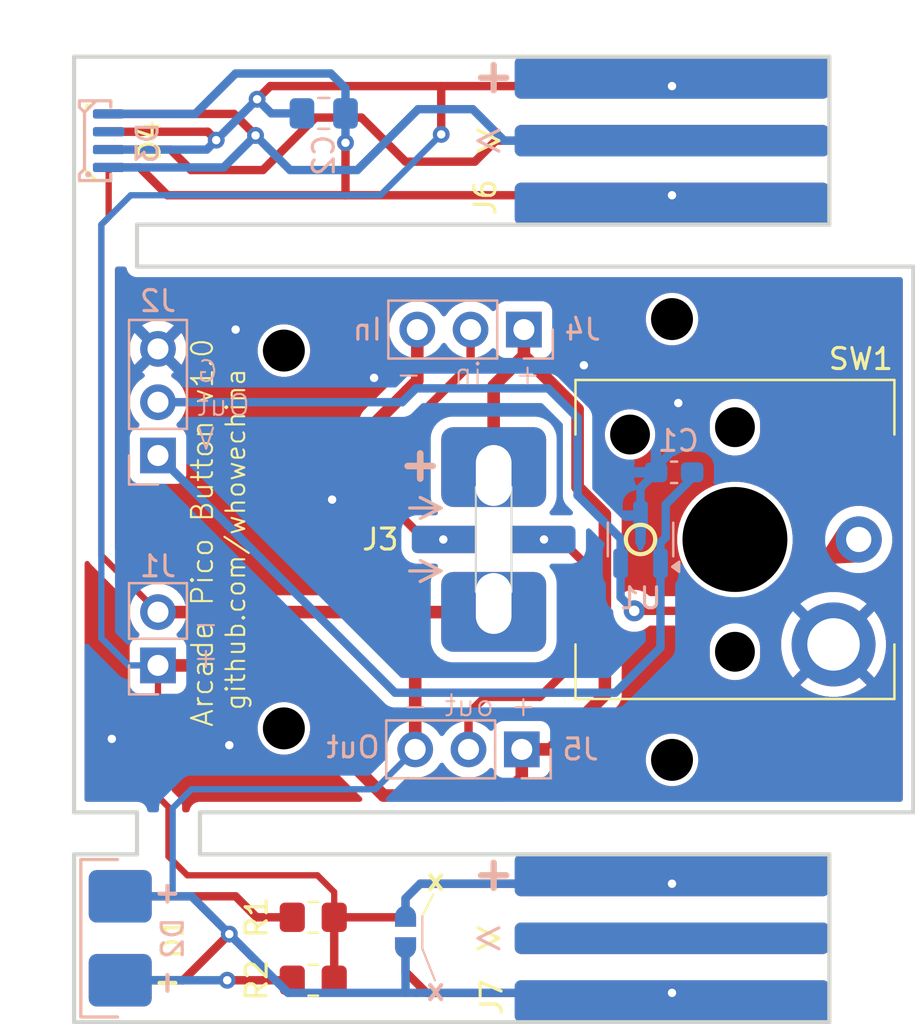
<source format=kicad_pcb>
(kicad_pcb (version 20241229) (generator "pcbnew") (generator_version "9.0")
  (layers (0 "F.Cu" signal) (2 "B.Cu" signal) (13 "F.Paste" user) (15 "B.Paste" user) (5 "F.SilkS" user "F.Silkscreen") (7 "B.SilkS" user "B.Silkscreen") (1 "F.Mask" user) (3 "B.Mask" user) (25 "Edge.Cuts" user))
  (net 0 "")
  (net 1 "LED_N")
  (net 2 "LED_P")
  (net 3 "Vcc")
  (net 4 "/Out")
  (net 5 "GND")
  (net 6 "Net-(J3-Out)")
  (net 7 "Net-(J3-In)")
  (net 8 "Net-(D1-A)")
  (net 9 "Net-(D2-A)")
  (net 10 "Net-(D3-In)")
  (net 12 "Net-(D4-Out)")
  (footprint "button:M2_Screw" (layer "F.Cu") (at 108.5 65.5)
    (property "Reference" "S2" (hide yes))
    (property "Value" "~")
    (pad "" np_thru_hole circle (at 0 0) (size 2 2) (drill 2) (layers "*.Mask"))
  )
  (footprint "button:M2_Screw" (layer "F.Cu") (at 108.5 44.5)
    (property "Reference" "S1" (hide yes))
    (property "Value" "~")
    (pad "" np_thru_hole circle (at 0 0) (size 2 2) (drill 2) (layers "*.Mask"))
  )
  (footprint "button:SideLED" (layer "F.Cu") (at 82.2 74 90)
    (property "Reference" "D1" (at 0 2.5 90) (layer "F.SilkS"))
    (property "Value" "LED")
    (fp_line (start -3.75 -1.875) (end 3.75 -1.875) (stroke (width 0.15)) (layer "F.SilkS"))
    (fp_line (start 3.75 -0.125) (end 3.75 -1.875) (stroke (width 0.15)) (layer "F.SilkS"))
    (fp_line (start -3.75 -0.125) (end -3.75 -1.875) (stroke (width 0.15)) (layer "F.SilkS"))
    (fp_line (start -2.125 1.875) (end -2.125 2.625) (stroke (width 0.2)) (layer "F.SilkS"))
    (fp_line (start 1.75 2.25) (end 2.5 2.25) (stroke (width 0.2)) (layer "F.SilkS"))
    (fp_line (start -2.5 2.25) (end -1.75 2.25) (stroke (width 0.2)) (layer "F.SilkS"))
    (pad "1" smd roundrect (at -2 0 90) (size 2.5 3) (layers "F.Cu" "F.Mask" "F.Paste") (roundrect_rratio 0.15) (net 1 "LED_N"))
    (pad "2" smd roundrect (at 2 0 90) (size 2.5 3) (layers "F.Cu" "F.Mask" "F.Paste") (roundrect_rratio 0.15) (net 8 "Net-(D1-A)"))
  )
  (footprint "button:WS2812B-4020" (layer "F.Cu") (at 81 36 90)
    (property "Reference" "D4" (at 0 2.6 90) (layer "F.SilkS"))
    (property "Value" "WS2812B_Unified")
    (fp_line (start 1.9 -0.75) (end 1.6 -0.75) (stroke (width 0.15)) (layer "F.SilkS"))
    (fp_line (start 1.9 -0.75) (end 1.9 0.75) (stroke (width 0.15)) (layer "F.SilkS"))
    (fp_line (start 1.6 -0.75) (end 1.35 -0.5) (stroke (width 0.15)) (layer "F.SilkS"))
    (fp_line (start -1.6 -0.75) (end -1.35 -0.5) (stroke (width 0.15)) (layer "F.SilkS"))
    (fp_line (start -1.9 -0.75) (end -1.6 -0.75) (stroke (width 0.15)) (layer "F.SilkS"))
    (fp_line (start -1.35 -0.5) (end 1.35 -0.5) (stroke (width 0.15)) (layer "F.SilkS"))
    (fp_line (start -1.35 -0.5) (end -1.9 0.05) (stroke (width 0.15)) (layer "F.SilkS"))
    (fp_line (start 1.9 0.75) (end 1.6 0.75) (stroke (width 0.15)) (layer "F.SilkS"))
    (fp_line (start -1.9 0.75) (end -1.9 -0.75) (stroke (width 0.15)) (layer "F.SilkS"))
    (fp_line (start -1.9 0.75) (end -1.6 0.75) (stroke (width 0.15)) (layer "F.SilkS"))
    (fp_circle (center 1.610848 -0.323504) (end 1.685848 -0.323504) (stroke (width 0.15)) (fill no) (layer "F.SilkS"))
    (pad "G" smd roundrect (at -1.275 0.65 90) (size 0.44 1.5) (layers "F.Cu" "F.Mask" "F.Paste") (net 1 "LED_N"))
    (pad "I" smd roundrect (at 1.275 0.65 90) (size 0.44 1.5) (layers "F.Cu" "F.Mask" "F.Paste") (net 10 "Net-(D3-In)"))
    (pad "O" smd roundrect (at -0.425 0.65 90) (size 0.44 1.5) (layers "F.Cu" "F.Mask" "F.Paste") (net 12 "Net-(D4-Out)"))
    (pad "V" smd roundrect (at 0.425 0.65 90) (size 0.44 1.5) (layers "F.Cu" "F.Mask" "F.Paste") (net 2 "LED_P"))
  )
  (footprint "button:Choc_HE" (layer "F.Cu") (at 111.5 55 -90)
    (property "Reference" "SW1" (at -8.6 -6 180) (layer "F.SilkS"))
    (property "Value" "SW_SPST" (hide yes))
    (fp_line (start -7.6 7.6) (end -5 7.6) (stroke (width 0.12)) (layer "F.SilkS"))
    (fp_line (start 7.6 7.6) (end 5 7.6) (stroke (width 0.12)) (layer "F.SilkS"))
    (fp_line (start 7.6 7.6) (end 7.6 -7.6) (stroke (width 0.12)) (layer "F.SilkS"))
    (fp_line (start -7.6 -7.6) (end -7.6 7.6) (stroke (width 0.12)) (layer "F.SilkS"))
    (fp_line (start -5 -7.6) (end -7.6 -7.6) (stroke (width 0.12)) (layer "F.SilkS"))
    (fp_line (start 7.6 -7.6) (end 5 -7.6) (stroke (width 0.12)) (layer "F.SilkS"))
    (fp_circle (center 0 4.5) (end 0.7 4.5) (stroke (width 0.2)) (fill no) (layer "F.SilkS"))
    (pad "" np_thru_hole circle (at -5.35 0 270) (size 1.9 1.9) (drill oval 2.2 1.9) (layers "*.Mask"))
    (pad "" np_thru_hole circle (at -5 5 270) (size 1.9 1.9) (drill 1.9) (layers "*.Mask"))
    (pad "" np_thru_hole circle (at 0 0 270) (size 5 5) (drill 5) (layers "*.Mask"))
    (pad "" np_thru_hole circle (at 5.35 0 270) (size 1.9 1.9) (drill oval 2.2 1.9) (layers "*.Mask"))
    (pad "1" thru_hole circle (at 0 -5.9 270) (size 2.2 2.2) (drill 1.2) (layers "*.Cu" "B.Mask") (net 4 "/Out"))
    (pad "2" thru_hole circle (at 5 -4.7 270) (size 4 4) (drill 2.5) (layers "*.Cu" "B.Mask") (net 5 "GND"))
  )
  (footprint "button:SolderJump" (layer "F.Cu") (at 95.8 73.7 90)
    (property "Reference" "JP1" (hide yes))
    (property "Value" "Jumper_2_Open" (hide yes))
    (pad "1" smd roundrect (at -0.75 0 90) (size 1 1) (layers "F.Cu" "F.Mask" "F.Paste") (roundrect_rratio 0.5) (chamfer_ratio 0) (chamfer top_right bottom_right) (net 1 "LED_N"))
    (pad "2" smd roundrect (at 0.75 0 270) (size 1 1) (layers "F.Cu" "F.Mask" "F.Paste") (roundrect_rratio 0.5) (chamfer_ratio 0) (chamfer top_right bottom_right) (net 2 "LED_P"))
  )
  (footprint "button:GoldFinger" (layer "F.Cu") (at 108.5 36)
    (property "Reference" "J6" (at -8.9 2.7 90) (layer "F.SilkS"))
    (property "Value" "Lamp Seat")
    (fp_line (start -9.25 0.5) (end -8.25 0) (stroke (width 0.15)) (layer "F.SilkS"))
    (fp_line (start -9.1 -3) (end -7.9 -3) (stroke (width 0.3)) (layer "F.SilkS"))
    (fp_line (start -8.5 -3.6) (end -8.5 -2.4) (stroke (width 0.3)) (layer "F.SilkS"))
    (fp_line (start -8.25 0) (end -9.25 -0.5) (stroke (width 0.15)) (layer "F.SilkS"))
    (fp_line (start -9.25 0) (end -8.25 0.5) (stroke (width 0.15)) (layer "B.SilkS"))
    (fp_line (start -9.1 -3) (end -7.9 -3) (stroke (width 0.3)) (layer "B.SilkS"))
    (fp_line (start -8.5 -3.6) (end -8.5 -2.4) (stroke (width 0.3)) (layer "B.SilkS"))
    (fp_line (start -8.25 -0.5) (end -9.25 0) (stroke (width 0.15)) (layer "B.SilkS"))
    (pad "G" thru_hole roundrect (at 0 2.6) (size 15 2) (drill 0.4 (offset 0 0.4)) (layers "*.Cu" "*.Paste" "*.Mask") (roundrect_rratio 0.15) (net 1 "LED_N"))
    (pad "I" smd roundrect (at 0 0) (size 15 1.5) (layers "B.Cu" "B.Mask" "B.Paste") (roundrect_rratio 0.2) (net 10 "Net-(D3-In)"))
    (pad "O" smd roundrect (at 0 0) (size 15 1.5) (layers "F.Cu" "F.Mask" "F.Paste") (roundrect_rratio 0.2) (net 12 "Net-(D4-Out)"))
    (pad "V" thru_hole roundrect (at 0 -2.6) (size 15 2) (drill 0.4 (offset 0 -0.4)) (layers "*.Cu" "*.Paste" "*.Mask") (roundrect_rratio 0.15) (net 2 "LED_P"))
  )
  (footprint "button:GoldFinger" (layer "F.Cu") (at 108.5 74)
    (property "Reference" "J7" (at -8.6 2.8 90) (layer "F.SilkS"))
    (property "Value" "Lamp Seat")
    (fp_line (start -9.25 0.5) (end -8.25 0) (stroke (width 0.15)) (layer "F.SilkS"))
    (fp_line (start -9.1 -3) (end -7.9 -3) (stroke (width 0.3)) (layer "F.SilkS"))
    (fp_line (start -8.5 -3.6) (end -8.5 -2.4) (stroke (width 0.3)) (layer "F.SilkS"))
    (fp_line (start -8.25 0) (end -9.25 -0.5) (stroke (width 0.15)) (layer "F.SilkS"))
    (fp_line (start -9.25 0) (end -8.25 0.5) (stroke (width 0.15)) (layer "B.SilkS"))
    (fp_line (start -9.1 -3) (end -7.9 -3) (stroke (width 0.3)) (layer "B.SilkS"))
    (fp_line (start -8.5 -3.6) (end -8.5 -2.4) (stroke (width 0.3)) (layer "B.SilkS"))
    (fp_line (start -8.25 -0.5) (end -9.25 0) (stroke (width 0.15)) (layer "B.SilkS"))
    (pad "G" thru_hole roundrect (at 0 2.6) (size 15 2) (drill 0.4 (offset 0 0.4)) (layers "*.Cu" "*.Paste" "*.Mask") (roundrect_rratio 0.15) (net 1 "LED_N"))
    (pad "I" smd roundrect (at 0 0) (size 15 1.5) (layers "B.Cu" "B.Mask" "B.Paste") (roundrect_rratio 0.2))
    (pad "O" smd roundrect (at 0 0) (size 15 1.5) (layers "F.Cu" "F.Mask" "F.Paste") (roundrect_rratio 0.2))
    (pad "V" thru_hole roundrect (at 0 -2.6) (size 15 2) (drill 0.4 (offset 0 -0.4)) (layers "*.Cu" "*.Paste" "*.Mask") (roundrect_rratio 0.15) (net 2 "LED_P"))
  )
  (footprint "button:M2_Screw" (layer "F.Cu") (at 90 64)
    (property "Reference" "S4" (hide yes))
    (property "Value" "~")
    (pad "" np_thru_hole circle (at 0 0) (size 2 2) (drill 2) (layers "*.Mask"))
  )
  (footprint "button:M2_Screw" (layer "F.Cu") (at 90 46)
    (property "Reference" "S3" (hide yes))
    (property "Value" "~")
    (pad "" np_thru_hole circle (at 0 0) (size 2 2) (drill 2) (layers "*.Mask"))
  )
  (footprint "button:LampSeat" (layer "F.Cu") (at 100 55)
    (property "Reference" "J3" (at -5.4 0 0) (layer "F.SilkS"))
    (property "Value" "Lamp Seat")
    (fp_line (start -4.1 -3.5) (end -2.9 -3.5) (stroke (width 0.3)) (layer "F.SilkS"))
    (fp_line (start -4 -1.5) (end -2.5 -1.5) (stroke (width 0.15)) (layer "F.SilkS"))
    (fp_line (start -3.5 -4.1) (end -3.5 -2.9) (stroke (width 0.3)) (layer "F.SilkS"))
    (fp_line (start -3.5 -2) (end -2.5 -1.5) (stroke (width 0.15)) (layer "F.SilkS"))
    (fp_line (start -3.5 1) (end -2.5 1.5) (stroke (width 0.15)) (layer "F.SilkS"))
    (fp_line (start -2.5 -1.5) (end -3.5 -1) (stroke (width 0.15)) (layer "F.SilkS"))
    (fp_line (start -2.5 1.5) (end -4 1.5) (stroke (width 0.15)) (layer "F.SilkS"))
    (fp_line (start -2.5 1.5) (end -3.5 2) (stroke (width 0.15)) (layer "F.SilkS"))
    (fp_line (start -4.1 -3.5) (end -2.9 -3.5) (stroke (width 0.3)) (layer "B.SilkS"))
    (fp_line (start -4 -1.5) (end -2.5 -1.5) (stroke (width 0.15)) (layer "B.SilkS"))
    (fp_line (start -3.5 -4.1) (end -3.5 -2.9) (stroke (width 0.3)) (layer "B.SilkS"))
    (fp_line (start -3.5 -2) (end -2.5 -1.5) (stroke (width 0.15)) (layer "B.SilkS"))
    (fp_line (start -3.5 1) (end -2.5 1.5) (stroke (width 0.15)) (layer "B.SilkS"))
    (fp_line (start -2.5 -1.5) (end -3.5 -1) (stroke (width 0.15)) (layer "B.SilkS"))
    (fp_line (start -2.5 1.5) (end -4 1.5) (stroke (width 0.15)) (layer "B.SilkS"))
    (fp_line (start -2.5 1.5) (end -3.5 2) (stroke (width 0.15)) (layer "B.SilkS"))
    (fp_rect (start -0.85 -2.5) (end 0.85 2.5) (stroke (width 0.1)) (fill no) (layer "Edge.Cuts"))
    (pad "G" thru_hole roundrect (at 0 3.05) (size 5 3.8) (drill oval 1.7 2.9 (offset 0 0.4)) (layers "*.Cu" "*.Mask") (roundrect_rratio 0.15) (net 1 "LED_N"))
    (pad "I" thru_hole roundrect (at -2.4 0) (size 3 1.3) (drill 0.4) (layers "*.Cu" "*.Mask") (roundrect_rratio 0.2) (chamfer_ratio 0) (chamfer top_right bottom_right) (net 7 "Net-(J3-In)"))
    (pad "O" thru_hole roundrect (at 2.4 0) (size 3 1.3) (drill 0.4) (layers "*.Cu" "*.Mask") (roundrect_rratio 0.2) (chamfer_ratio 0) (chamfer top_left bottom_left) (net 6 "Net-(J3-Out)"))
    (pad "V" thru_hole roundrect (at 0 -3.05) (size 5 3.8) (drill oval 1.7 2.9 (offset 0 -0.4)) (layers "*.Cu" "*.Mask") (roundrect_rratio 0.15) (net 2 "LED_P"))
  )
  (footprint "Resistor_SMD:R_0805_2012Metric_Pad1.20x1.40mm_HandSolder" (layer "F.Cu") (at 91.4 76 180)
    (property "Reference" "R2" (at 2.7 0 90) (layer "F.SilkS"))
    (property "Value" "200")
    (fp_line (start -0.227064 0.735) (end 0.227064 0.735) (stroke (width 0.12)) (layer "F.SilkS"))
    (fp_line (start -0.227064 -0.735) (end 0.227064 -0.735) (stroke (width 0.12)) (layer "F.SilkS"))
    (pad "1" smd roundrect (at -1 0 180) (size 1.2 1.4) (layers "F.Cu" "F.Mask" "F.Paste") (roundrect_rratio 0.208333) (net 2 "LED_P"))
    (pad "2" smd roundrect (at 1 0 180) (size 1.2 1.4) (layers "F.Cu" "F.Mask" "F.Paste") (roundrect_rratio 0.208333) (net 9 "Net-(D2-A)"))
  )
  (footprint "Resistor_SMD:R_0805_2012Metric_Pad1.20x1.40mm_HandSolder" (layer "F.Cu") (at 91.4 73 180)
    (property "Reference" "R1" (at 2.7 0 90) (layer "F.SilkS"))
    (property "Value" "200")
    (fp_line (start -0.227064 0.735) (end 0.227064 0.735) (stroke (width 0.12)) (layer "F.SilkS"))
    (fp_line (start -0.227064 -0.735) (end 0.227064 -0.735) (stroke (width 0.12)) (layer "F.SilkS"))
    (pad "1" smd roundrect (at -1 0 180) (size 1.2 1.4) (layers "F.Cu" "F.Mask" "F.Paste") (roundrect_rratio 0.208333) (net 2 "LED_P"))
    (pad "2" smd roundrect (at 1 0 180) (size 1.2 1.4) (layers "F.Cu" "F.Mask" "F.Paste") (roundrect_rratio 0.208333) (net 8 "Net-(D1-A)"))
  )
  (footprint "Connector_PinHeader_2.54mm:PinHeader_1x03_P2.54mm_Vertical" (layer "B.Cu") (at 101.34 65 90)
    (property "Reference" "J5" (at 0 2.8 0) (layer "B.SilkS") (effects (justify mirror)))
    (property "Value" "Out" (at 0.1 -8.04 180) (layer "B.SilkS") (effects (justify mirror)))
    (fp_line (start -1.38 -6.46) (end 1.38 -6.46) (stroke (width 0.12)) (layer "B.SilkS"))
    (fp_line (start 1.38 -1.27) (end 1.38 -6.46) (stroke (width 0.12)) (layer "B.SilkS"))
    (fp_line (start -1.38 -1.27) (end -1.38 -6.46) (stroke (width 0.12)) (layer "B.SilkS"))
    (fp_line (start -1.38 -1.27) (end 1.38 -1.27) (stroke (width 0.12)) (layer "B.SilkS"))
    (fp_line (start -1.38 0) (end -1.38 1.38) (stroke (width 0.12)) (layer "B.SilkS"))
    (fp_line (start -1.38 1.38) (end 0 1.38) (stroke (width 0.12)) (layer "B.SilkS"))
    (pad "1" thru_hole rect (at 0 0 90) (size 1.7 1.7) (drill 1) (layers "*.Cu" "*.Mask") (net 2 "LED_P"))
    (pad "2" thru_hole circle (at 0 -2.54 90) (size 1.7 1.7) (drill 1) (layers "*.Cu" "*.Mask") (net 6 "Net-(J3-Out)"))
    (pad "3" thru_hole circle (at 0 -5.08 90) (size 1.7 1.7) (drill 1) (layers "*.Cu" "*.Mask") (net 1 "LED_N"))
  )
  (footprint "Connector_PinHeader_2.54mm:PinHeader_1x03_P2.54mm_Vertical" (layer "B.Cu") (at 101.44 45 90)
    (property "Reference" "J4" (at 0 2.8 0) (layer "B.SilkS") (effects (justify mirror)))
    (property "Value" "In" (at 0 -7.46 0) (layer "B.SilkS") (effects (justify mirror)))
    (fp_line (start -1.38 -6.46) (end 1.38 -6.46) (stroke (width 0.12)) (layer "B.SilkS"))
    (fp_line (start 1.38 -1.27) (end 1.38 -6.46) (stroke (width 0.12)) (layer "B.SilkS"))
    (fp_line (start -1.38 -1.27) (end -1.38 -6.46) (stroke (width 0.12)) (layer "B.SilkS"))
    (fp_line (start -1.38 -1.27) (end 1.38 -1.27) (stroke (width 0.12)) (layer "B.SilkS"))
    (fp_line (start -1.38 0) (end -1.38 1.38) (stroke (width 0.12)) (layer "B.SilkS"))
    (fp_line (start -1.38 1.38) (end 0 1.38) (stroke (width 0.12)) (layer "B.SilkS"))
    (pad "1" thru_hole rect (at 0 0 90) (size 1.7 1.7) (drill 1) (layers "*.Cu" "*.Mask") (net 2 "LED_P"))
    (pad "2" thru_hole circle (at 0 -2.54 90) (size 1.7 1.7) (drill 1) (layers "*.Cu" "*.Mask") (net 7 "Net-(J3-In)"))
    (pad "3" thru_hole circle (at 0 -5.08 90) (size 1.7 1.7) (drill 1) (layers "*.Cu" "*.Mask") (net 1 "LED_N"))
  )
  (footprint "Connector_PinHeader_2.54mm:PinHeader_1x03_P2.54mm_Vertical" (layer "B.Cu") (at 84 51)
    (property "Reference" "J2" (at 0 -7.36 180) (layer "B.SilkS") (effects (justify mirror)))
    (property "Value" "Conn_01x03_Socket")
    (fp_line (start -1.38 -6.46) (end 1.38 -6.46) (stroke (width 0.12)) (layer "B.SilkS"))
    (fp_line (start -1.38 -1.27) (end -1.38 -6.46) (stroke (width 0.12)) (layer "B.SilkS"))
    (fp_line (start -1.38 -1.27) (end 1.38 -1.27) (stroke (width 0.12)) (layer "B.SilkS"))
    (fp_line (start -1.38 0) (end -1.38 1.38) (stroke (width 0.12)) (layer "B.SilkS"))
    (fp_line (start -1.38 1.38) (end 0 1.38) (stroke (width 0.12)) (layer "B.SilkS"))
    (fp_line (start 1.38 -1.27) (end 1.38 -6.46) (stroke (width 0.12)) (layer "B.SilkS"))
    (pad "1" thru_hole rect (at 0 0) (size 1.7 1.7) (drill 1) (layers "*.Cu" "*.Mask") (net 3 "Vcc"))
    (pad "2" thru_hole circle (at 0 -2.54) (size 1.7 1.7) (drill 1) (layers "*.Cu" "*.Mask") (net 4 "/Out"))
    (pad "3" thru_hole circle (at 0 -5.08) (size 1.7 1.7) (drill 1) (layers "*.Cu" "*.Mask") (net 5 "GND"))
  )
  (footprint "button:WS2812B-4020" (layer "B.Cu") (at 81 36 -90)
    (property "Reference" "D3" (at 0.1 -2.5 90) (layer "B.SilkS") (effects (justify mirror)))
    (property "Value" "WS2812B_Unified")
    (fp_line (start -1.9 0.75) (end -1.6 0.75) (stroke (width 0.15)) (layer "B.SilkS"))
    (fp_line (start -1.6 0.75) (end -1.35 0.5) (stroke (width 0.15)) (layer "B.SilkS"))
    (fp_line (start 1.6 0.75) (end 1.35 0.5) (stroke (width 0.15)) (layer "B.SilkS"))
    (fp_line (start 1.9 0.75) (end 1.6 0.75) (stroke (width 0.15)) (layer "B.SilkS"))
    (fp_line (start 1.9 0.75) (end 1.9 -0.75) (stroke (width 0.15)) (layer "B.SilkS"))
    (fp_line (start -1.35 0.5) (end 1.35 0.5) (stroke (width 0.15)) (layer "B.SilkS"))
    (fp_line (start -1.35 0.5) (end -1.9 -0.05) (stroke (width 0.15)) (layer "B.SilkS"))
    (fp_line (start -1.9 -0.75) (end -1.9 0.75) (stroke (width 0.15)) (layer "B.SilkS"))
    (fp_line (start -1.9 -0.75) (end -1.6 -0.75) (stroke (width 0.15)) (layer "B.SilkS"))
    (fp_line (start 1.9 -0.75) (end 1.6 -0.75) (stroke (width 0.15)) (layer "B.SilkS"))
    (fp_circle (center 1.610848 0.323504) (end 1.685848 0.323504) (stroke (width 0.15)) (fill no) (layer "B.SilkS"))
    (pad "G" smd roundrect (at -1.275 -0.65 270) (size 0.44 1.5) (layers "B.Cu" "B.Mask" "B.Paste") (net 1 "LED_N"))
    (pad "I" smd roundrect (at 1.275 -0.65 270) (size 0.44 1.5) (layers "B.Cu" "B.Mask" "B.Paste") (net 10 "Net-(D3-In)"))
    (pad "O" smd roundrect (at -0.425 -0.65 270) (size 0.44 1.5) (layers "B.Cu" "B.Mask" "B.Paste"))
    (pad "V" smd roundrect (at 0.425 -0.65 270) (size 0.44 1.5) (layers "B.Cu" "B.Mask" "B.Paste") (net 2 "LED_P"))
  )
  (footprint "Capacitor_SMD:C_0603_1608Metric_Pad1.08x0.95mm_HandSolder" (layer "B.Cu") (at 108.6 51.8)
    (property "Reference" "C1" (at 0.2 -1.5 180) (layer "B.SilkS") (effects (justify mirror)))
    (property "Value" "0.1uF")
    (fp_line (start -0.146267 -0.51) (end 0.146267 -0.51) (stroke (width 0.12)) (layer "B.SilkS"))
    (fp_line (start -0.146267 0.51) (end 0.146267 0.51) (stroke (width 0.12)) (layer "B.SilkS"))
    (pad "1" smd roundrect (at -0.8625 0) (size 1.075 0.95) (layers "B.Cu" "B.Mask" "B.Paste") (net 5 "GND"))
    (pad "2" smd roundrect (at 0.8625 0) (size 1.075 0.95) (layers "B.Cu" "B.Mask" "B.Paste") (net 3 "Vcc"))
  )
  (footprint "button:SOT-23-FAT" (layer "B.Cu") (at 107 55 90)
    (property "Reference" "U1" (at -2.8 0 0) (layer "B.SilkS") (effects (justify mirror)))
    (property "Value" "SS49E_SOT23")
    (fp_line (start 0 -1.56) (end 0.8 -1.56) (stroke (width 0.12)) (layer "B.SilkS"))
    (fp_line (start 0 -1.56) (end -0.8 -1.56) (stroke (width 0.12)) (layer "B.SilkS"))
    (fp_line (start 0 1.56) (end 0.8 1.56) (stroke (width 0.12)) (layer "B.SilkS"))
    (fp_line (start 0 1.56) (end -0.8 1.56) (stroke (width 0.12)) (layer "B.SilkS"))
    (fp_poly (pts (xy -1.3 1.51) (xy -1.54 1.84) (xy -1.06 1.84) (xy -1.3 1.51)) (stroke (width 0.12)) (fill yes) (layer "B.SilkS"))
    (pad "1" smd roundrect (at -1.1375 0.95 90) (size 1.4 0.7) (layers "B.Cu" "B.Mask" "B.Paste") (net 3 "Vcc"))
    (pad "2" smd roundrect (at -1.1375 -0.95 90) (size 1.4 0.7) (layers "B.Cu" "B.Mask" "B.Paste") (net 4 "/Out"))
    (pad "3" smd roundrect (at 1.1375 0 90) (size 1.4 0.7) (layers "B.Cu" "B.Mask" "B.Paste") (net 5 "GND"))
  )
  (footprint "button:SideLED" (layer "B.Cu") (at 82.2 74 -90)
    (property "Reference" "D2" (at 0 -2.5 90) (layer "B.SilkS") (effects (justify mirror)))
    (property "Value" "LED")
    (fp_line (start -3.75 1.875) (end 3.75 1.875) (stroke (width 0.15)) (layer "B.SilkS"))
    (fp_line (start -3.75 0.125) (end -3.75 1.875) (stroke (width 0.15)) (layer "B.SilkS"))
    (fp_line (start 3.75 0.125) (end 3.75 1.875) (stroke (width 0.15)) (layer "B.SilkS"))
    (fp_line (start -2.125 -1.875) (end -2.125 -2.625) (stroke (width 0.2)) (layer "B.SilkS"))
    (fp_line (start -2.5 -2.25) (end -1.75 -2.25) (stroke (width 0.2)) (layer "B.SilkS"))
    (fp_line (start 1.75 -2.25) (end 2.5 -2.25) (stroke (width 0.2)) (layer "B.SilkS"))
    (pad "1" smd roundrect (at -2 0 270) (size 2.5 3) (layers "B.Cu" "B.Mask" "B.Paste") (roundrect_rratio 0.15) (net 1 "LED_N"))
    (pad "2" smd roundrect (at 2 0 270) (size 2.5 3) (layers "B.Cu" "B.Mask" "B.Paste") (roundrect_rratio 0.15) (net 9 "Net-(D2-A)"))
  )
  (footprint "Capacitor_SMD:C_0805_2012Metric_Pad1.18x1.45mm_HandSolder" (layer "B.Cu") (at 91.9 34.7 180)
    (property "Reference" "C2" (at 0 -2 90) (layer "B.SilkS") (effects (justify mirror)))
    (property "Value" "0.1uF")
    (fp_line (start -0.261252 0.735) (end 0.261252 0.735) (stroke (width 0.12)) (layer "B.SilkS"))
    (fp_line (start -0.261252 -0.735) (end 0.261252 -0.735) (stroke (width 0.12)) (layer "B.SilkS"))
    (pad "1" smd roundrect (at -1.0375 0 180) (size 1.175 1.45) (layers "B.Cu" "B.Mask" "B.Paste") (roundrect_rratio 0.212766) (net 1 "LED_N"))
    (pad "2" smd roundrect (at 1.0375 0 180) (size 1.175 1.45) (layers "B.Cu" "B.Mask" "B.Paste") (roundrect_rratio 0.212766) (net 2 "LED_P"))
  )
  (footprint "button:SolderJump" (layer "B.Cu") (at 95.8 73.7 90)
    (property "Reference" "JP2" (hide yes))
    (property "Value" "Jumper_2_Open" (hide yes))
    (pad "1" smd roundrect (at -0.75 0 90) (size 1 1) (layers "B.Cu" "B.Mask" "B.Paste") (roundrect_rratio 0.5) (chamfer_ratio 0) (chamfer top_right bottom_right) (net 1 "LED_N"))
    (pad "2" smd roundrect (at 0.75 0 270) (size 1 1) (layers "B.Cu" "B.Mask" "B.Paste") (roundrect_rratio 0.5) (chamfer_ratio 0) (chamfer top_right bottom_right) (net 2 "LED_P"))
  )
  (footprint "Connector_PinHeader_2.54mm:PinHeader_1x02_P2.54mm_Vertical" (layer "B.Cu") (at 84 61)
    (property "Reference" "J1" (at 0 -4.725 180) (layer "B.SilkS") (effects (justify mirror)))
    (property "Value" "Conn_01x02_Socket")
    (fp_line (start -1.38 -3.92) (end 1.38 -3.92) (stroke (width 0.12)) (layer "B.SilkS"))
    (fp_line (start -1.38 -1.27) (end -1.38 -3.92) (stroke (width 0.12)) (layer "B.SilkS"))
    (fp_line (start -1.38 -1.27) (end 1.38 -1.27) (stroke (width 0.12)) (layer "B.SilkS"))
    (fp_line (start -1.38 0) (end -1.38 1.38) (stroke (width 0.12)) (layer "B.SilkS"))
    (fp_line (start -1.38 1.38) (end 0 1.38) (stroke (width 0.12)) (layer "B.SilkS"))
    (fp_line (start 1.38 -1.27) (end 1.38 -3.92) (stroke (width 0.12)) (layer "B.SilkS"))
    (pad "1" thru_hole rect (at 0 0) (size 1.7 1.7) (drill 1) (layers "*.Cu" "*.Mask") (net 2 "LED_P"))
    (pad "2" thru_hole circle (at 0 -2.54) (size 1.7 1.7) (drill 1) (layers "*.Cu" "*.Mask") (net 1 "LED_N"))
  )
  (gr_line (start 96.6 72.95) (end 96.6 74.5) (stroke (width 0.1)) (layer "F.SilkS"))
  (gr_line (start 96.6 72.95) (end 97.125207 71.895874) (stroke (width 0.1)) (layer "F.SilkS"))
  (gr_line (start 96.6 74.5) (end 97.2 76) (stroke (width 0.1)) (layer "B.SilkS"))
  (gr_line (start 96.6 72.95) (end 96.6 74.5) (stroke (width 0.1)) (layer "B.SilkS"))
  (gr_line (start 120 42) (end 120 68) (stroke (width 0.2)) (layer "Edge.Cuts"))
  (gr_line (start 80 32) (end 116 32) (stroke (width 0.2)) (layer "Edge.Cuts"))
  (gr_line (start 80 78) (end 116 78) (stroke (width 0.2)) (layer "Edge.Cuts"))
  (gr_line (start 83 42) (end 120 42) (stroke (width 0.2)) (layer "Edge.Cuts"))
  (gr_line (start 83 70) (end 80 70) (stroke (width 0.2)) (layer "Edge.Cuts"))
  (gr_line (start 116 40) (end 83 40) (stroke (width 0.2)) (layer "Edge.Cuts"))
  (gr_line (start 116 32) (end 116 40) (stroke (width 0.2)) (layer "Edge.Cuts"))
  (gr_line (start 83 40) (end 83 42) (stroke (width 0.2)) (layer "Edge.Cuts"))
  (gr_line (start 86 70) (end 86 68) (stroke (width 0.2)) (layer "Edge.Cuts"))
  (gr_line (start 80 32) (end 80 68) (stroke (width 0.2)) (layer "Edge.Cuts"))
  (gr_line (start 80 68) (end 83 68) (stroke (width 0.2)) (layer "Edge.Cuts"))
  (gr_line (start 86 68) (end 120 68) (stroke (width 0.2)) (layer "Edge.Cuts"))
  (gr_line (start 116 70) (end 86 70) (stroke (width 0.2)) (layer "Edge.Cuts"))
  (gr_line (start 116 78) (end 116 70) (stroke (width 0.2)) (layer "Edge.Cuts"))
  (gr_line (start 80 70) (end 80 78) (stroke (width 0.2)) (layer "Edge.Cuts"))
  (gr_line (start 83 68) (end 83 70) (stroke (width 0.2)) (layer "Edge.Cuts"))
  (gr_text "github.com/whowechina" (at 87.7 55 90) (layer "F.SilkS") (effects (font (size 0.9 0.9) (thickness 0.1))))
  (gr_text "x" (at 96.7 71.8 0) (layer "F.SilkS") (effects (font (size 1 1) (thickness 0.2) (bold yes)) (justify left bottom)))
  (gr_text "Arcade Pico Button v1.0" (at 86.7 64 90) (layer "F.SilkS") (effects (font (size 1 1) (thickness 0.1)) (justify left bottom)))
  (gr_text "G\nOut\nV" (at 85.8 50.8 0) (layer "B.SilkS") (effects (font (size 1 1) (thickness 0.1)) (justify right bottom mirror)))
  (gr_text "-\n+" (at 85.6 61.2 0) (layer "B.SilkS") (effects (font (size 1 1) (thickness 0.1)) (justify right bottom mirror)))
  (gr_text "+  in  -" (at 102.3 47.7 0) (layer "B.SilkS") (effects (font (size 1 1) (thickness 0.1)) (justify left bottom mirror)))
  (gr_text "+ out -" (at 102.1 63.5 0) (layer "B.SilkS") (effects (font (size 1 1) (thickness 0.1)) (justify left bottom mirror)))
  (gr_text "x" (at 96.7 76.1 180) (layer "B.SilkS") (effects (font (size 1 1) (thickness 0.2) (bold yes)) (justify left bottom mirror)))
  (segment (start 81.3 40) (end 81.3 55.76) (width 0.3) (layer "F.Cu") (net 1))
  (segment (start 85.2 76) (end 82 76) (width 0.4) (layer "F.Cu") (net 1))
  (segment (start 96.26 65) (end 96.26 58.46) (width 0.6) (layer "F.Cu") (net 1))
  (segment (start 81.3 55.76) (end 84 58.46) (width 0.3) (layer "F.Cu") (net 1))
  (segment (start 83.7 37.85) (end 84.45 38.6) (width 0.4) (layer "F.Cu") (net 1))
  (segment (start 84.45 38.6) (end 92.9 38.6) (width 0.4) (layer "F.Cu") (net 1))
  (segment (start 81.65 37.275) (end 81.65 39.65) (width 0.3) (layer "F.Cu") (net 1))
  (segment (start 94.4 58.46) (end 94.4 49.4) (width 0.6) (layer "F.Cu") (net 1))
  (segment (start 83.125 37.275) (end 81.65 37.275) (width 0.4) (layer "F.Cu") (net 1))
  (segment (start 95.8 74.45) (end 95.8 75.6) (width 0.4) (layer "F.Cu") (net 1))
  (segment (start 83.7 37.85) (end 83.125 37.275) (width 0.4) (layer "F.Cu") (net 1))
  (segment (start 81.65 39.65) (end 81.3 40) (width 0.3) (layer "F.Cu") (net 1))
  (segment (start 94.4 49.4) (end 96.36 47.44) (width 0.6) (layer "F.Cu") (net 1))
  (segment (start 108.5 38.6) (end 92.9 38.6) (width 0.4) (layer "F.Cu") (net 1))
  (segment (start 96.36 47.44) (end 96.36 45) (width 0.6) (layer "F.Cu") (net 1))
  (segment (start 84 58.46) (end 98.5 58.46) (width 0.6) (layer "F.Cu") (net 1))
  (segment (start 96.8 76.6) (end 108.5 76.6) (width 0.4) (layer "F.Cu") (net 1))
  (segment (start 87.4 73.8) (end 85.2 76) (width 0.4) (layer "F.Cu") (net 1))
  (segment (start 92.9375 36.1) (end 92.9375 38.6) (width 0.4) (layer "F.Cu") (net 1))
  (segment (start 95.8 75.6) (end 96.8 76.6) (width 0.4) (layer "F.Cu") (net 1))
  (via (at 87.4 73.8) (size 0.8) (drill 0.4) (layers "F.Cu" "B.Cu") (net 1))
  (via (at 92.9375 36.1) (size 0.8) (drill 0.4) (layers "F.Cu" "B.Cu") (net 1))
  (segment (start 92.2375 32.8) (end 92.9375 33.5) (width 0.4) (layer "B.Cu") (net 1))
  (segment (start 84.7 67.8) (end 84.7 72) (width 0.3) (layer "B.Cu") (net 1))
  (segment (start 85.6 66.9) (end 84.7 67.8) (width 0.3) (layer "B.Cu") (net 1))
  (segment (start 96.3 76.6) (end 108.5 76.6) (width 0.4) (layer "B.Cu") (net 1))
  (segment (start 85.6 72) (end 84.7 72) (width 0.4) (layer "B.Cu") (net 1))
  (segment (start 96.26 65) (end 94.36 66.9) (width 0.3) (layer "B.Cu") (net 1))
  (segment (start 81.65 34.725) (end 85.775 34.725) (width 0.4) (layer "B.Cu") (net 1))
  (segment (start 92.9375 33.5) (end 92.9375 36.1) (width 0.4) (layer "B.Cu") (net 1))
  (segment (start 87.4 73.8) (end 85.6 72) (width 0.4) (layer "B.Cu") (net 1))
  (segment (start 90.2 76.6) (end 96.3 76.6) (width 0.4) (layer "B.Cu") (net 1))
  (segment (start 85.775 34.725) (end 87.7 32.8) (width 0.4) (layer "B.Cu") (net 1))
  (segment (start 87.4 73.8) (end 90.2 76.6) (width 0.4) (layer "B.Cu") (net 1))
  (segment (start 87.7 32.8) (end 92.2375 32.8) (width 0.4) (layer "B.Cu") (net 1))
  (segment (start 95.8 74.45) (end 95.8 76.6) (width 0.4) (layer "B.Cu") (net 1))
  (segment (start 84.7 72) (end 82 72) (width 0.4) (layer "B.Cu") (net 1))
  (segment (start 94.36 66.9) (end 85.6 66.9) (width 0.3) (layer "B.Cu") (net 1))
  (segment (start 108.5 71.4) (end 96.5 71.4) (width 0.4) (layer "F.Cu") (net 2))
  (segment (start 85.4 71) (end 84.5 70.1) (width 0.3) (layer "F.Cu") (net 2))
  (segment (start 104 52.5) (end 105.3 53.8) (width 0.6) (layer "F.Cu") (net 2))
  (segment (start 101.34 66.36) (end 101.34 65) (width 0.6) (layer "F.Cu") (net 2))
  (segment (start 95.8 72.1) (end 95.8 72.95) (width 0.4) (layer "F.Cu") (net 2))
  (segment (start 92.9 63) (end 92.9 65.35) (width 0.6) (layer "F.Cu") (net 2))
  (segment (start 92.9 65.35) (end 94.75 67.2) (width 0.6) (layer "F.Cu") (net 2))
  (segment (start 105.3 53.8) (end 105.3 62.4) (width 0.6) (layer "F.Cu") (net 2))
  (segment (start 104 48.8) (end 104 52.5) (width 0.6) (layer "F.Cu") (net 2))
  (segment (start 84.5 67.75) (end 84 67.25) (width 0.3) (layer "F.Cu") (net 2))
  (segment (start 100 47.68) (end 101.44 46.24) (width 0.6) (layer "F.Cu") (net 2))
  (segment (start 94.75 67.2) (end 100.5 67.2) (width 0.6) (layer "F.Cu") (net 2))
  (segment (start 102.7 65) (end 101.34 65) (width 0.6) (layer "F.Cu") (net 2))
  (segment (start 91.6 71) (end 85.4 71) (width 0.3) (layer "F.Cu") (net 2))
  (segment (start 100 50) (end 100 47.68) (width 0.6) (layer "F.Cu") (net 2))
  (segment (start 86.375 35.575) (end 86.775 35.975) (width 0.4) (layer "F.Cu") (net 2))
  (segment (start 92.4 73) (end 92.4 76) (width 0.4) (layer "F.Cu") (net 2))
  (segment (start 84.5 70.1) (end 84.5 67.75) (width 0.3) (layer "F.Cu") (net 2))
  (segment (start 101.44 46.24) (end 104 48.8) (width 0.6) (layer "F.Cu") (net 2))
  (segment (start 92.4 73) (end 95.75 73) (width 0.4) (layer "F.Cu") (net 2))
  (segment (start 81.65 35.575) (end 86.375 35.575) (width 0.4) (layer "F.Cu") (net 2))
  (segment (start 92.4 71.8) (end 91.6 71) (width 0.3) (layer "F.Cu") (net 2))
  (segment (start 88.725 34.025) (end 89.35 33.4) (width 0.4) (layer "F.Cu") (net 2))
  (segment (start 100.5 67.2) (end 101.34 66.36) (width 0.6) (layer "F.Cu") (net 2))
  (segment (start 95.75 73) (end 95.8 72.95) (width 0.4) (layer "F.Cu") (net 2))
  (segment (start 96.5 71.4) (end 95.8 72.1) (width 0.4) (layer "F.Cu") (net 2))
  (segment (start 105.3 62.4) (end 102.7 65) (width 0.6) (layer "F.Cu") (net 2))
  (segment (start 84 67.25) (end 84 61) (width 0.3) (layer "F.Cu") (net 2))
  (segment (start 97.5 33.4) (end 108.5 33.4) (width 0.4) (layer "F.Cu") (net 2))
  (segment (start 84 61) (end 90.9 61) (width 0.6) (layer "F.Cu") (net 2))
  (segment (start 89.35 33.4) (end 97.5 33.4) (width 0.4) (layer "F.Cu") (net 2))
  (segment (start 101.44 45) (end 101.44 46.24) (width 0.6) (layer "F.Cu") (net 2))
  (segment (start 97.5 33.4) (end 97.5 35.7) (width 0.4) (layer "F.Cu") (net 2))
  (segment (start 92.4 73) (end 92.4 71.8) (width 0.3) (layer "F.Cu") (net 2))
  (segment (start 90.9 61) (end 92.9 63) (width 0.6) (layer "F.Cu") (net 2))
  (via (at 86.775 35.975) (size 0.8) (drill 0.4) (layers "F.Cu" "B.Cu") (net 2))
  (via (at 88.725 34.025) (size 0.8) (drill 0.4) (layers "F.Cu" "B.Cu") (net 2))
  (via (at 97.5 35.7) (size 0.8) (drill 0.4) (layers "F.Cu" "B.Cu") (net 2))
  (segment (start 81.3 59.7) (end 82.6 61) (width 0.3) (layer "B.Cu") (net 2))
  (segment (start 108.5 71.4) (end 96.5 71.4) (width 0.4) (layer "B.Cu") (net 2))
  (segment (start 88.725 34.025) (end 89.4 34.7) (width 0.4) (layer "B.Cu") (net 2))
  (segment (start 81.3 40) (end 81.3 59.7) (width 0.3) (layer "B.Cu") (net 2))
  (segment (start 96.5 71.4) (end 95.8 72.1) (width 0.4) (layer "B.Cu") (net 2))
  (segment (start 86.325 36.425) (end 86.775 35.975) (width 0.4) (layer "B.Cu") (net 2))
  (segment (start 82.6 61) (end 84 61) (width 0.3) (layer "B.Cu") (net 2))
  (segment (start 86.775 35.975) (end 88.725 34.025) (width 0.4) (layer "B.Cu") (net 2))
  (segment (start 82.7 38.6) (end 81.3 40) (width 0.3) (layer "B.Cu") (net 2))
  (segment (start 95.8 72.1) (end 95.8 72.95) (width 0.4) (layer "B.Cu") (net 2))
  (segment (start 89.4 34.7) (end 90.8625 34.7) (width 0.4) (layer "B.Cu") (net 2))
  (segment (start 81.65 36.425) (end 86.325 36.425) (width 0.4) (layer "B.Cu") (net 2))
  (segment (start 94.6 38.6) (end 82.7 38.6) (width 0.3) (layer "B.Cu") (net 2))
  (segment (start 97.5 35.7) (end 94.6 38.6) (width 0.3) (layer "B.Cu") (net 2))
  (segment (start 105.8 62.3) (end 107.95 60.15) (width 0.4) (layer "B.Cu") (net 3))
  (segment (start 108.2 54.9) (end 107.95 55.15) (width 0.4) (layer "B.Cu") (net 3))
  (segment (start 109.4625 52.06875) (end 108.2 53.33125) (width 0.4) (layer "B.Cu") (net 3))
  (segment (start 109.4625 51.8) (end 109.4625 52.06875) (width 0.4) (layer "B.Cu") (net 3))
  (segment (start 95.3 62.3) (end 105.8 62.3) (width 0.4) (layer "B.Cu") (net 3))
  (segment (start 107.95 60.15) (end 107.95 56.1375) (width 0.4) (layer "B.Cu") (net 3))
  (segment (start 84 51) (end 95.3 62.3) (width 0.4) (layer "B.Cu") (net 3))
  (segment (start 107.95 55.15) (end 107.95 56.1375) (width 0.4) (layer "B.Cu") (net 3))
  (segment (start 108.2 53.33125) (end 108.2 54.9) (width 0.4) (layer "B.Cu") (net 3))
  (segment (start 106.7 58.4) (end 113.3 58.4) (width 0.4) (layer "F.Cu") (net 4))
  (segment (start 113.3 58.4) (end 116.7 55) (width 0.4) (layer "F.Cu") (net 4))
  (segment (start 116.7 55) (end 117.4 55) (width 0.4) (layer "F.Cu") (net 4))
  (via (at 106.7 58.4) (size 1) (drill 0.5) (layers "F.Cu" "B.Cu") (net 4))
  (segment (start 84 48.46) (end 95.64 48.46) (width 0.4) (layer "B.Cu") (net 4))
  (segment (start 102.6 47.8) (end 104 49.2) (width 0.4) (layer "B.Cu") (net 4))
  (segment (start 96.3 47.8) (end 102.6 47.8) (width 0.4) (layer "B.Cu") (net 4))
  (segment (start 106.7 58.4) (end 106.05 57.75) (width 0.4) (layer "B.Cu") (net 4))
  (segment (start 95.64 48.46) (end 96.3 47.8) (width 0.4) (layer "B.Cu") (net 4))
  (segment (start 106.05 54.95) (end 106.05 56.1375) (width 0.4) (layer "B.Cu") (net 4))
  (segment (start 104 52.9) (end 106.05 54.95) (width 0.4) (layer "B.Cu") (net 4))
  (segment (start 104 49.2) (end 104 52.9) (width 0.4) (layer "B.Cu") (net 4))
  (segment (start 106.05 57.75) (end 106.05 56.1375) (width 0.4) (layer "B.Cu") (net 4))
  (via (at 87.7 45) (size 0.8) (drill 0.4) (layers "F.Cu" "B.Cu") (net 5))
  (via (at 94.3 47.3) (size 0.8) (drill 0.4) (layers "F.Cu" "B.Cu") (net 5))
  (via (at 92.3 53.1) (size 0.8) (drill 0.4) (layers "F.Cu" "B.Cu") (net 5))
  (via (at 104.3 46.7) (size 0.8) (drill 0.4) (layers "F.Cu" "B.Cu") (net 5))
  (via (at 108.8 48.5) (size 0.8) (drill 0.4) (layers "F.Cu" "B.Cu") (net 5))
  (via (at 81.8 64.5) (size 0.8) (drill 0.4) (layers "F.Cu" "B.Cu") (net 5))
  (via (at 87.4 64.8) (size 0.8) (drill 0.4) (layers "F.Cu" "B.Cu") (net 5))
  (segment (start 108.8 48.5) (end 108.8 50.5) (width 0.4) (layer "B.Cu") (net 5))
  (segment (start 107 52.5375) (end 107 53.8625) (width 0.4) (layer "B.Cu") (net 5))
  (segment (start 86.92 43) (end 84 45.92) (width 0.4) (layer "B.Cu") (net 5))
  (segment (start 103.3 43) (end 86.92 43) (width 0.4) (layer "B.Cu") (net 5))
  (segment (start 108.8 48.5) (end 103.3 43) (width 0.4) (layer "B.Cu") (net 5))
  (segment (start 107.7375 51.5625) (end 107.7375 51.8) (width 0.4) (layer "B.Cu") (net 5))
  (segment (start 107.7375 51.8) (end 107 52.5375) (width 0.4) (layer "B.Cu") (net 5))
  (segment (start 108.8 50.5) (end 107.7375 51.5625) (width 0.4) (layer "B.Cu") (net 5))
  (segment (start 98.8 65) (end 98.8 63.3) (width 0.4) (layer "F.Cu") (net 6))
  (segment (start 98.8 63.3) (end 99.6 62.5) (width 0.4) (layer "F.Cu") (net 6))
  (segment (start 104.2 56) (end 103.2 55) (width 0.4) (layer "F.Cu") (net 6))
  (segment (start 104.2 60.5) (end 104.2 56) (width 0.4) (layer "F.Cu") (net 6))
  (segment (start 103.2 55) (end 102.4 55) (width 0.4) (layer "F.Cu") (net 6))
  (segment (start 99.6 62.5) (end 102.2 62.5) (width 0.4) (layer "F.Cu") (net 6))
  (segment (start 102.2 62.5) (end 104.2 60.5) (width 0.4) (layer "F.Cu") (net 6))
  (segment (start 96.7 55) (end 97.6 55) (width 0.4) (layer "F.Cu") (net 7))
  (segment (start 98.9 46.65) (end 95.6 49.95) (width 0.4) (layer "F.Cu") (net 7))
  (segment (start 98.9 45) (end 98.9 46.65) (width 0.4) (layer "F.Cu") (net 7))
  (segment (start 95.6 53.9) (end 96.7 55) (width 0.4) (layer "F.Cu") (net 7))
  (segment (start 95.6 49.95) (end 95.6 53.9) (width 0.4) (layer "F.Cu") (net 7))
  (segment (start 88.7 73) (end 90.4 73) (width 0.4) (layer "F.Cu") (net 8))
  (segment (start 87.7 72) (end 88.7 73) (width 0.4) (layer "F.Cu") (net 8))
  (segment (start 82 72) (end 87.7 72) (width 0.4) (layer "F.Cu") (net 8))
  (segment (start 87.3 76) (end 90.4 76) (width 0.4) (layer "F.Cu") (net 9))
  (via (at 87.3 76) (size 0.8) (drill 0.4) (layers "F.Cu" "B.Cu") (net 9))
  (segment (start 82 76) (end 87.3 76) (width 0.4) (layer "B.Cu") (net 9))
  (segment (start 87.625 34.725) (end 81.65 34.725) (width 0.4) (layer "F.Cu") (net 10))
  (segment (start 88.65 35.75) (end 87.625 34.725) (width 0.4) (layer "F.Cu") (net 10))
  (via (at 88.65 35.75) (size 0.8) (drill 0.4) (layers "F.Cu" "B.Cu") (net 10))
  (segment (start 87.125 37.275) (end 81.65 37.275) (width 0.4) (layer "B.Cu") (net 10))
  (segment (start 88.65 35.75) (end 90.3 37.4) (width 0.4) (layer "B.Cu") (net 10))
  (segment (start 88.65 35.75) (end 87.125 37.275) (width 0.4) (layer "B.Cu") (net 10))
  (segment (start 100.5 36) (end 108.5 36) (width 0.4) (layer "B.Cu") (net 10))
  (segment (start 90.3 37.4) (end 93.5 37.4) (width 0.4) (layer "B.Cu") (net 10))
  (segment (start 96.4 34.5) (end 99 34.5) (width 0.4) (layer "B.Cu") (net 10))
  (segment (start 99 34.5) (end 100.5 36) (width 0.4) (layer "B.Cu") (net 10))
  (segment (start 93.5 37.4) (end 96.4 34.5) (width 0.4) (layer "B.Cu") (net 10))
  (segment (start 84.6 36.425) (end 81.65 36.425) (width 0.4) (layer "F.Cu") (net 12))
  (segment (start 99.1 37) (end 95.8 37) (width 0.4) (layer "F.Cu") (net 12))
  (segment (start 91.5 34.9) (end 89 37.4) (width 0.4) (layer "F.Cu") (net 12))
  (segment (start 93.7 34.9) (end 91.5 34.9) (width 0.4) (layer "F.Cu") (net 12))
  (segment (start 108.5 36) (end 100.1 36) (width 0.4) (layer "F.Cu") (net 12))
  (segment (start 89 37.4) (end 85.575 37.4) (width 0.4) (layer "F.Cu") (net 12))
  (segment (start 100.1 36) (end 99.1 37) (width 0.4) (layer "F.Cu") (net 12))
  (segment (start 85.575 37.4) (end 84.6 36.425) (width 0.4) (layer "F.Cu") (net 12))
  (segment (start 95.8 37) (end 93.7 34.9) (width 0.4) (layer "F.Cu") (net 12))
  (zone (net 5) (net_name "GND") (layers "F.Cu" "B.Cu") (connect_pads (clearance 0.5)) (min_thickness 0.25) (fill yes (thermal_gap 0.5) (thermal_bridge_width 0.5))
    (polygon (pts (xy 80 42) (xy 120 42) (xy 120 68) (xy 80 68)))
  )
)
</source>
